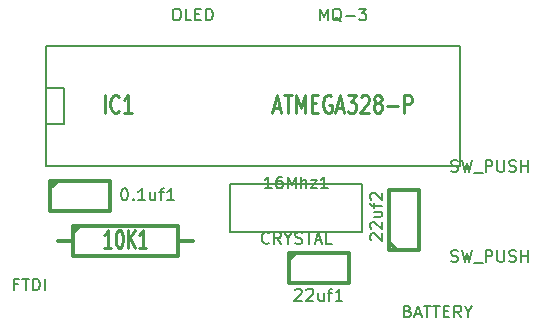
<source format=gto>
G04 (created by PCBNEW (22-Jun-2014 BZR 4027)-stable) date Sat 20 Dec 2014 16:30:47 GMT*
%MOIN*%
G04 Gerber Fmt 3.4, Leading zero omitted, Abs format*
%FSLAX34Y34*%
G01*
G70*
G90*
G04 APERTURE LIST*
%ADD10C,0.00590551*%
%ADD11C,0.012*%
%ADD12C,0.01*%
%ADD13C,0.01125*%
%ADD14C,0.008*%
G04 APERTURE END LIST*
G54D10*
G54D11*
X90500Y-48000D02*
X90500Y-49000D01*
X90500Y-49000D02*
X94000Y-49000D01*
X94000Y-49000D02*
X94000Y-48000D01*
X94000Y-48000D02*
X90500Y-48000D01*
X90500Y-48250D02*
X90750Y-48000D01*
X90500Y-48500D02*
X90000Y-48500D01*
X94000Y-48500D02*
X94500Y-48500D01*
G54D10*
X89600Y-43400D02*
X90200Y-43400D01*
X90200Y-43400D02*
X90200Y-44500D01*
X90200Y-44500D02*
X90200Y-44600D01*
X90200Y-44600D02*
X89600Y-44600D01*
X103400Y-42000D02*
X103400Y-46000D01*
X103400Y-46000D02*
X89600Y-46000D01*
X89600Y-46000D02*
X89600Y-42000D01*
X89600Y-42000D02*
X103400Y-42000D01*
G54D11*
X97720Y-48900D02*
X99700Y-48900D01*
X99700Y-48900D02*
X99700Y-49900D01*
X99700Y-49900D02*
X97700Y-49900D01*
X97700Y-49900D02*
X97700Y-48900D01*
X97700Y-49150D02*
X97950Y-48900D01*
X101050Y-48780D02*
X101050Y-46800D01*
X101050Y-46800D02*
X102050Y-46800D01*
X102050Y-46800D02*
X102050Y-48800D01*
X102050Y-48800D02*
X101050Y-48800D01*
X101300Y-48800D02*
X101050Y-48550D01*
X89770Y-46500D02*
X91750Y-46500D01*
X91750Y-46500D02*
X91750Y-47500D01*
X91750Y-47500D02*
X89750Y-47500D01*
X89750Y-47500D02*
X89750Y-46500D01*
X89750Y-46750D02*
X90000Y-46500D01*
G54D10*
X100150Y-48200D02*
X95750Y-48200D01*
X95750Y-48200D02*
X95750Y-46600D01*
X95750Y-46600D02*
X100150Y-46600D01*
X100150Y-46600D02*
X100150Y-48200D01*
G54D12*
X91783Y-48742D02*
X91554Y-48742D01*
X91669Y-48742D02*
X91669Y-48142D01*
X91630Y-48228D01*
X91592Y-48285D01*
X91554Y-48314D01*
X92030Y-48142D02*
X92069Y-48142D01*
X92107Y-48171D01*
X92126Y-48200D01*
X92145Y-48257D01*
X92164Y-48371D01*
X92164Y-48514D01*
X92145Y-48628D01*
X92126Y-48685D01*
X92107Y-48714D01*
X92069Y-48742D01*
X92030Y-48742D01*
X91992Y-48714D01*
X91973Y-48685D01*
X91954Y-48628D01*
X91935Y-48514D01*
X91935Y-48371D01*
X91954Y-48257D01*
X91973Y-48200D01*
X91992Y-48171D01*
X92030Y-48142D01*
X92335Y-48742D02*
X92335Y-48142D01*
X92564Y-48742D02*
X92392Y-48400D01*
X92564Y-48142D02*
X92335Y-48485D01*
X92945Y-48742D02*
X92716Y-48742D01*
X92830Y-48742D02*
X92830Y-48142D01*
X92792Y-48228D01*
X92754Y-48285D01*
X92716Y-48314D01*
G54D11*
G54D13*
X91560Y-44242D02*
X91560Y-43642D01*
X92032Y-44185D02*
X92010Y-44214D01*
X91946Y-44242D01*
X91903Y-44242D01*
X91839Y-44214D01*
X91796Y-44157D01*
X91775Y-44100D01*
X91753Y-43985D01*
X91753Y-43900D01*
X91775Y-43785D01*
X91796Y-43728D01*
X91839Y-43671D01*
X91903Y-43642D01*
X91946Y-43642D01*
X92010Y-43671D01*
X92032Y-43700D01*
X92460Y-44242D02*
X92203Y-44242D01*
X92332Y-44242D02*
X92332Y-43642D01*
X92289Y-43728D01*
X92246Y-43785D01*
X92203Y-43814D01*
G54D11*
G54D13*
X97196Y-44071D02*
X97410Y-44071D01*
X97153Y-44242D02*
X97303Y-43642D01*
X97453Y-44242D01*
X97539Y-43642D02*
X97796Y-43642D01*
X97667Y-44242D02*
X97667Y-43642D01*
X97946Y-44242D02*
X97946Y-43642D01*
X98096Y-44071D01*
X98246Y-43642D01*
X98246Y-44242D01*
X98460Y-43928D02*
X98610Y-43928D01*
X98675Y-44242D02*
X98460Y-44242D01*
X98460Y-43642D01*
X98675Y-43642D01*
X99103Y-43671D02*
X99060Y-43642D01*
X98996Y-43642D01*
X98932Y-43671D01*
X98889Y-43728D01*
X98867Y-43785D01*
X98846Y-43900D01*
X98846Y-43985D01*
X98867Y-44100D01*
X98889Y-44157D01*
X98932Y-44214D01*
X98996Y-44242D01*
X99039Y-44242D01*
X99103Y-44214D01*
X99125Y-44185D01*
X99125Y-43985D01*
X99039Y-43985D01*
X99296Y-44071D02*
X99510Y-44071D01*
X99253Y-44242D02*
X99403Y-43642D01*
X99553Y-44242D01*
X99660Y-43642D02*
X99939Y-43642D01*
X99789Y-43871D01*
X99853Y-43871D01*
X99896Y-43900D01*
X99917Y-43928D01*
X99939Y-43985D01*
X99939Y-44128D01*
X99917Y-44185D01*
X99896Y-44214D01*
X99853Y-44242D01*
X99725Y-44242D01*
X99682Y-44214D01*
X99660Y-44185D01*
X100110Y-43700D02*
X100132Y-43671D01*
X100175Y-43642D01*
X100282Y-43642D01*
X100325Y-43671D01*
X100346Y-43700D01*
X100367Y-43757D01*
X100367Y-43814D01*
X100346Y-43900D01*
X100089Y-44242D01*
X100367Y-44242D01*
X100625Y-43900D02*
X100582Y-43871D01*
X100560Y-43842D01*
X100539Y-43785D01*
X100539Y-43757D01*
X100560Y-43700D01*
X100582Y-43671D01*
X100625Y-43642D01*
X100710Y-43642D01*
X100753Y-43671D01*
X100775Y-43700D01*
X100796Y-43757D01*
X100796Y-43785D01*
X100775Y-43842D01*
X100753Y-43871D01*
X100710Y-43900D01*
X100625Y-43900D01*
X100582Y-43928D01*
X100560Y-43957D01*
X100539Y-44014D01*
X100539Y-44128D01*
X100560Y-44185D01*
X100582Y-44214D01*
X100625Y-44242D01*
X100710Y-44242D01*
X100753Y-44214D01*
X100775Y-44185D01*
X100796Y-44128D01*
X100796Y-44014D01*
X100775Y-43957D01*
X100753Y-43928D01*
X100710Y-43900D01*
X100989Y-44014D02*
X101332Y-44014D01*
X101546Y-44242D02*
X101546Y-43642D01*
X101717Y-43642D01*
X101760Y-43671D01*
X101782Y-43700D01*
X101803Y-43757D01*
X101803Y-43842D01*
X101782Y-43900D01*
X101760Y-43928D01*
X101717Y-43957D01*
X101546Y-43957D01*
G54D14*
X97909Y-50150D02*
X97928Y-50130D01*
X97966Y-50111D01*
X98061Y-50111D01*
X98100Y-50130D01*
X98119Y-50150D01*
X98138Y-50188D01*
X98138Y-50226D01*
X98119Y-50283D01*
X97890Y-50511D01*
X98138Y-50511D01*
X98290Y-50150D02*
X98309Y-50130D01*
X98347Y-50111D01*
X98442Y-50111D01*
X98480Y-50130D01*
X98500Y-50150D01*
X98519Y-50188D01*
X98519Y-50226D01*
X98500Y-50283D01*
X98271Y-50511D01*
X98519Y-50511D01*
X98861Y-50245D02*
X98861Y-50511D01*
X98690Y-50245D02*
X98690Y-50454D01*
X98709Y-50492D01*
X98747Y-50511D01*
X98804Y-50511D01*
X98842Y-50492D01*
X98861Y-50473D01*
X98995Y-50245D02*
X99147Y-50245D01*
X99052Y-50511D02*
X99052Y-50169D01*
X99071Y-50130D01*
X99109Y-50111D01*
X99147Y-50111D01*
X99490Y-50511D02*
X99261Y-50511D01*
X99376Y-50511D02*
X99376Y-50111D01*
X99338Y-50169D01*
X99300Y-50207D01*
X99261Y-50226D01*
X100450Y-48490D02*
X100430Y-48471D01*
X100411Y-48433D01*
X100411Y-48338D01*
X100430Y-48300D01*
X100450Y-48280D01*
X100488Y-48261D01*
X100526Y-48261D01*
X100583Y-48280D01*
X100811Y-48509D01*
X100811Y-48261D01*
X100450Y-48109D02*
X100430Y-48090D01*
X100411Y-48052D01*
X100411Y-47957D01*
X100430Y-47919D01*
X100450Y-47900D01*
X100488Y-47880D01*
X100526Y-47880D01*
X100583Y-47900D01*
X100811Y-48128D01*
X100811Y-47880D01*
X100545Y-47538D02*
X100811Y-47538D01*
X100545Y-47709D02*
X100754Y-47709D01*
X100792Y-47690D01*
X100811Y-47652D01*
X100811Y-47595D01*
X100792Y-47557D01*
X100773Y-47538D01*
X100545Y-47404D02*
X100545Y-47252D01*
X100811Y-47347D02*
X100469Y-47347D01*
X100430Y-47328D01*
X100411Y-47290D01*
X100411Y-47252D01*
X100450Y-47138D02*
X100430Y-47119D01*
X100411Y-47080D01*
X100411Y-46985D01*
X100430Y-46947D01*
X100450Y-46928D01*
X100488Y-46909D01*
X100526Y-46909D01*
X100583Y-46928D01*
X100811Y-47157D01*
X100811Y-46909D01*
X92209Y-46761D02*
X92247Y-46761D01*
X92285Y-46780D01*
X92304Y-46800D01*
X92323Y-46838D01*
X92342Y-46914D01*
X92342Y-47009D01*
X92323Y-47085D01*
X92304Y-47123D01*
X92285Y-47142D01*
X92247Y-47161D01*
X92209Y-47161D01*
X92171Y-47142D01*
X92152Y-47123D01*
X92133Y-47085D01*
X92114Y-47009D01*
X92114Y-46914D01*
X92133Y-46838D01*
X92152Y-46800D01*
X92171Y-46780D01*
X92209Y-46761D01*
X92514Y-47123D02*
X92533Y-47142D01*
X92514Y-47161D01*
X92495Y-47142D01*
X92514Y-47123D01*
X92514Y-47161D01*
X92914Y-47161D02*
X92685Y-47161D01*
X92800Y-47161D02*
X92800Y-46761D01*
X92761Y-46819D01*
X92723Y-46857D01*
X92685Y-46876D01*
X93257Y-46895D02*
X93257Y-47161D01*
X93085Y-46895D02*
X93085Y-47104D01*
X93104Y-47142D01*
X93142Y-47161D01*
X93200Y-47161D01*
X93238Y-47142D01*
X93257Y-47123D01*
X93390Y-46895D02*
X93542Y-46895D01*
X93447Y-47161D02*
X93447Y-46819D01*
X93466Y-46780D01*
X93504Y-46761D01*
X93542Y-46761D01*
X93885Y-47161D02*
X93657Y-47161D01*
X93771Y-47161D02*
X93771Y-46761D01*
X93733Y-46819D01*
X93695Y-46857D01*
X93657Y-46876D01*
G54D10*
X88665Y-49953D02*
X88534Y-49953D01*
X88534Y-50159D02*
X88534Y-49765D01*
X88721Y-49765D01*
X88815Y-49765D02*
X89040Y-49765D01*
X88928Y-50159D02*
X88928Y-49765D01*
X89171Y-50159D02*
X89171Y-49765D01*
X89265Y-49765D01*
X89321Y-49784D01*
X89359Y-49821D01*
X89378Y-49859D01*
X89396Y-49934D01*
X89396Y-49990D01*
X89378Y-50065D01*
X89359Y-50103D01*
X89321Y-50140D01*
X89265Y-50159D01*
X89171Y-50159D01*
X89565Y-50159D02*
X89565Y-49765D01*
X97125Y-46759D02*
X96900Y-46759D01*
X97012Y-46759D02*
X97012Y-46365D01*
X96975Y-46421D01*
X96937Y-46459D01*
X96900Y-46478D01*
X97462Y-46365D02*
X97387Y-46365D01*
X97350Y-46384D01*
X97331Y-46403D01*
X97293Y-46459D01*
X97275Y-46534D01*
X97275Y-46684D01*
X97293Y-46721D01*
X97312Y-46740D01*
X97350Y-46759D01*
X97425Y-46759D01*
X97462Y-46740D01*
X97481Y-46721D01*
X97500Y-46684D01*
X97500Y-46590D01*
X97481Y-46553D01*
X97462Y-46534D01*
X97425Y-46515D01*
X97350Y-46515D01*
X97312Y-46534D01*
X97293Y-46553D01*
X97275Y-46590D01*
X97668Y-46759D02*
X97668Y-46365D01*
X97800Y-46646D01*
X97931Y-46365D01*
X97931Y-46759D01*
X98118Y-46759D02*
X98118Y-46365D01*
X98287Y-46759D02*
X98287Y-46553D01*
X98268Y-46515D01*
X98231Y-46496D01*
X98174Y-46496D01*
X98137Y-46515D01*
X98118Y-46534D01*
X98437Y-46496D02*
X98643Y-46496D01*
X98437Y-46759D01*
X98643Y-46759D01*
X98999Y-46759D02*
X98774Y-46759D01*
X98887Y-46759D02*
X98887Y-46365D01*
X98849Y-46421D01*
X98812Y-46459D01*
X98774Y-46478D01*
X97040Y-48571D02*
X97021Y-48590D01*
X96965Y-48609D01*
X96928Y-48609D01*
X96872Y-48590D01*
X96834Y-48553D01*
X96815Y-48515D01*
X96797Y-48440D01*
X96797Y-48384D01*
X96815Y-48309D01*
X96834Y-48271D01*
X96872Y-48234D01*
X96928Y-48215D01*
X96965Y-48215D01*
X97021Y-48234D01*
X97040Y-48253D01*
X97434Y-48609D02*
X97303Y-48421D01*
X97209Y-48609D02*
X97209Y-48215D01*
X97359Y-48215D01*
X97396Y-48234D01*
X97415Y-48253D01*
X97434Y-48290D01*
X97434Y-48346D01*
X97415Y-48384D01*
X97396Y-48403D01*
X97359Y-48421D01*
X97209Y-48421D01*
X97678Y-48421D02*
X97678Y-48609D01*
X97546Y-48215D02*
X97678Y-48421D01*
X97809Y-48215D01*
X97921Y-48590D02*
X97978Y-48609D01*
X98071Y-48609D01*
X98109Y-48590D01*
X98128Y-48571D01*
X98146Y-48534D01*
X98146Y-48496D01*
X98128Y-48459D01*
X98109Y-48440D01*
X98071Y-48421D01*
X97996Y-48403D01*
X97959Y-48384D01*
X97940Y-48365D01*
X97921Y-48328D01*
X97921Y-48290D01*
X97940Y-48253D01*
X97959Y-48234D01*
X97996Y-48215D01*
X98090Y-48215D01*
X98146Y-48234D01*
X98259Y-48215D02*
X98484Y-48215D01*
X98371Y-48609D02*
X98371Y-48215D01*
X98596Y-48496D02*
X98784Y-48496D01*
X98559Y-48609D02*
X98690Y-48215D01*
X98821Y-48609D01*
X99140Y-48609D02*
X98952Y-48609D01*
X98952Y-48215D01*
X93928Y-40765D02*
X94003Y-40765D01*
X94040Y-40784D01*
X94078Y-40821D01*
X94096Y-40896D01*
X94096Y-41028D01*
X94078Y-41103D01*
X94040Y-41140D01*
X94003Y-41159D01*
X93928Y-41159D01*
X93890Y-41140D01*
X93853Y-41103D01*
X93834Y-41028D01*
X93834Y-40896D01*
X93853Y-40821D01*
X93890Y-40784D01*
X93928Y-40765D01*
X94453Y-41159D02*
X94265Y-41159D01*
X94265Y-40765D01*
X94584Y-40953D02*
X94715Y-40953D01*
X94771Y-41159D02*
X94584Y-41159D01*
X94584Y-40765D01*
X94771Y-40765D01*
X94940Y-41159D02*
X94940Y-40765D01*
X95034Y-40765D01*
X95090Y-40784D01*
X95128Y-40821D01*
X95146Y-40859D01*
X95165Y-40934D01*
X95165Y-40990D01*
X95146Y-41065D01*
X95128Y-41103D01*
X95090Y-41140D01*
X95034Y-41159D01*
X94940Y-41159D01*
X98731Y-41159D02*
X98731Y-40765D01*
X98862Y-41046D01*
X98993Y-40765D01*
X98993Y-41159D01*
X99443Y-41196D02*
X99406Y-41178D01*
X99368Y-41140D01*
X99312Y-41084D01*
X99275Y-41065D01*
X99237Y-41065D01*
X99256Y-41159D02*
X99218Y-41140D01*
X99181Y-41103D01*
X99162Y-41028D01*
X99162Y-40896D01*
X99181Y-40821D01*
X99218Y-40784D01*
X99256Y-40765D01*
X99331Y-40765D01*
X99368Y-40784D01*
X99406Y-40821D01*
X99425Y-40896D01*
X99425Y-41028D01*
X99406Y-41103D01*
X99368Y-41140D01*
X99331Y-41159D01*
X99256Y-41159D01*
X99593Y-41009D02*
X99893Y-41009D01*
X100043Y-40765D02*
X100287Y-40765D01*
X100156Y-40915D01*
X100212Y-40915D01*
X100249Y-40934D01*
X100268Y-40953D01*
X100287Y-40990D01*
X100287Y-41084D01*
X100268Y-41121D01*
X100249Y-41140D01*
X100212Y-41159D01*
X100099Y-41159D01*
X100062Y-41140D01*
X100043Y-41121D01*
X103115Y-49190D02*
X103172Y-49209D01*
X103265Y-49209D01*
X103303Y-49190D01*
X103322Y-49171D01*
X103340Y-49134D01*
X103340Y-49096D01*
X103322Y-49059D01*
X103303Y-49040D01*
X103265Y-49021D01*
X103190Y-49003D01*
X103153Y-48984D01*
X103134Y-48965D01*
X103115Y-48928D01*
X103115Y-48890D01*
X103134Y-48853D01*
X103153Y-48834D01*
X103190Y-48815D01*
X103284Y-48815D01*
X103340Y-48834D01*
X103471Y-48815D02*
X103565Y-49209D01*
X103640Y-48928D01*
X103715Y-49209D01*
X103809Y-48815D01*
X103865Y-49246D02*
X104165Y-49246D01*
X104259Y-49209D02*
X104259Y-48815D01*
X104409Y-48815D01*
X104446Y-48834D01*
X104465Y-48853D01*
X104484Y-48890D01*
X104484Y-48946D01*
X104465Y-48984D01*
X104446Y-49003D01*
X104409Y-49021D01*
X104259Y-49021D01*
X104653Y-48815D02*
X104653Y-49134D01*
X104671Y-49171D01*
X104690Y-49190D01*
X104728Y-49209D01*
X104803Y-49209D01*
X104840Y-49190D01*
X104859Y-49171D01*
X104878Y-49134D01*
X104878Y-48815D01*
X105046Y-49190D02*
X105103Y-49209D01*
X105196Y-49209D01*
X105234Y-49190D01*
X105253Y-49171D01*
X105271Y-49134D01*
X105271Y-49096D01*
X105253Y-49059D01*
X105234Y-49040D01*
X105196Y-49021D01*
X105121Y-49003D01*
X105084Y-48984D01*
X105065Y-48965D01*
X105046Y-48928D01*
X105046Y-48890D01*
X105065Y-48853D01*
X105084Y-48834D01*
X105121Y-48815D01*
X105215Y-48815D01*
X105271Y-48834D01*
X105440Y-49209D02*
X105440Y-48815D01*
X105440Y-49003D02*
X105665Y-49003D01*
X105665Y-49209D02*
X105665Y-48815D01*
X103115Y-46190D02*
X103172Y-46209D01*
X103265Y-46209D01*
X103303Y-46190D01*
X103322Y-46171D01*
X103340Y-46134D01*
X103340Y-46096D01*
X103322Y-46059D01*
X103303Y-46040D01*
X103265Y-46021D01*
X103190Y-46003D01*
X103153Y-45984D01*
X103134Y-45965D01*
X103115Y-45928D01*
X103115Y-45890D01*
X103134Y-45853D01*
X103153Y-45834D01*
X103190Y-45815D01*
X103284Y-45815D01*
X103340Y-45834D01*
X103471Y-45815D02*
X103565Y-46209D01*
X103640Y-45928D01*
X103715Y-46209D01*
X103809Y-45815D01*
X103865Y-46246D02*
X104165Y-46246D01*
X104259Y-46209D02*
X104259Y-45815D01*
X104409Y-45815D01*
X104446Y-45834D01*
X104465Y-45853D01*
X104484Y-45890D01*
X104484Y-45946D01*
X104465Y-45984D01*
X104446Y-46003D01*
X104409Y-46021D01*
X104259Y-46021D01*
X104653Y-45815D02*
X104653Y-46134D01*
X104671Y-46171D01*
X104690Y-46190D01*
X104728Y-46209D01*
X104803Y-46209D01*
X104840Y-46190D01*
X104859Y-46171D01*
X104878Y-46134D01*
X104878Y-45815D01*
X105046Y-46190D02*
X105103Y-46209D01*
X105196Y-46209D01*
X105234Y-46190D01*
X105253Y-46171D01*
X105271Y-46134D01*
X105271Y-46096D01*
X105253Y-46059D01*
X105234Y-46040D01*
X105196Y-46021D01*
X105121Y-46003D01*
X105084Y-45984D01*
X105065Y-45965D01*
X105046Y-45928D01*
X105046Y-45890D01*
X105065Y-45853D01*
X105084Y-45834D01*
X105121Y-45815D01*
X105215Y-45815D01*
X105271Y-45834D01*
X105440Y-46209D02*
X105440Y-45815D01*
X105440Y-46003D02*
X105665Y-46003D01*
X105665Y-46209D02*
X105665Y-45815D01*
X101665Y-50853D02*
X101721Y-50871D01*
X101740Y-50890D01*
X101759Y-50928D01*
X101759Y-50984D01*
X101740Y-51021D01*
X101721Y-51040D01*
X101684Y-51059D01*
X101534Y-51059D01*
X101534Y-50665D01*
X101665Y-50665D01*
X101703Y-50684D01*
X101721Y-50703D01*
X101740Y-50740D01*
X101740Y-50778D01*
X101721Y-50815D01*
X101703Y-50834D01*
X101665Y-50853D01*
X101534Y-50853D01*
X101909Y-50946D02*
X102096Y-50946D01*
X101871Y-51059D02*
X102003Y-50665D01*
X102134Y-51059D01*
X102209Y-50665D02*
X102434Y-50665D01*
X102321Y-51059D02*
X102321Y-50665D01*
X102509Y-50665D02*
X102734Y-50665D01*
X102621Y-51059D02*
X102621Y-50665D01*
X102865Y-50853D02*
X102996Y-50853D01*
X103053Y-51059D02*
X102865Y-51059D01*
X102865Y-50665D01*
X103053Y-50665D01*
X103446Y-51059D02*
X103315Y-50871D01*
X103221Y-51059D02*
X103221Y-50665D01*
X103371Y-50665D01*
X103409Y-50684D01*
X103428Y-50703D01*
X103446Y-50740D01*
X103446Y-50796D01*
X103428Y-50834D01*
X103409Y-50853D01*
X103371Y-50871D01*
X103221Y-50871D01*
X103690Y-50871D02*
X103690Y-51059D01*
X103559Y-50665D02*
X103690Y-50871D01*
X103821Y-50665D01*
M02*

</source>
